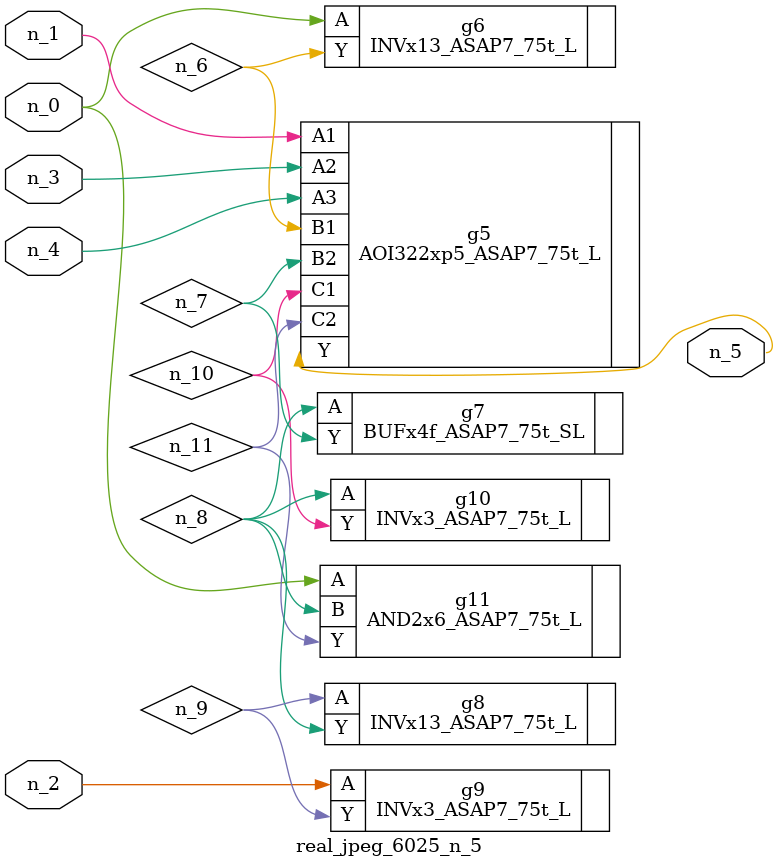
<source format=v>
module real_jpeg_6025_n_5 (n_4, n_0, n_1, n_2, n_3, n_5);

input n_4;
input n_0;
input n_1;
input n_2;
input n_3;

output n_5;

wire n_8;
wire n_11;
wire n_6;
wire n_7;
wire n_10;
wire n_9;

INVx13_ASAP7_75t_L g6 ( 
.A(n_0),
.Y(n_6)
);

AND2x6_ASAP7_75t_L g11 ( 
.A(n_0),
.B(n_8),
.Y(n_11)
);

AOI322xp5_ASAP7_75t_L g5 ( 
.A1(n_1),
.A2(n_3),
.A3(n_4),
.B1(n_6),
.B2(n_7),
.C1(n_10),
.C2(n_11),
.Y(n_5)
);

INVx3_ASAP7_75t_L g9 ( 
.A(n_2),
.Y(n_9)
);

BUFx4f_ASAP7_75t_SL g7 ( 
.A(n_8),
.Y(n_7)
);

INVx3_ASAP7_75t_L g10 ( 
.A(n_8),
.Y(n_10)
);

INVx13_ASAP7_75t_L g8 ( 
.A(n_9),
.Y(n_8)
);


endmodule
</source>
